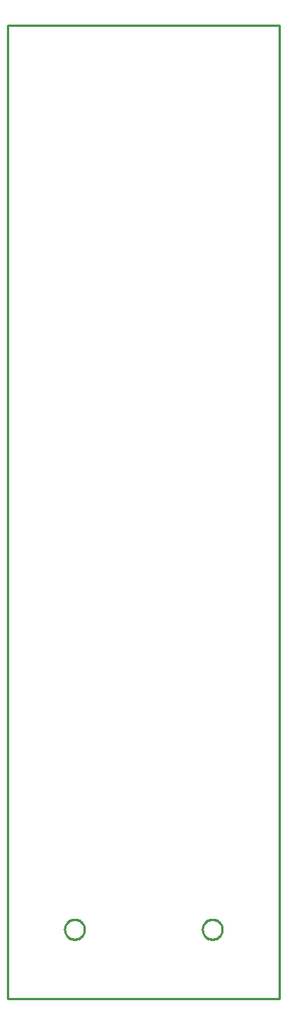
<source format=gbr>
G04 EAGLE Gerber RS-274X export*
G75*
%MOMM*%
%FSLAX34Y34*%
%LPD*%
%IN*%
%IPPOS*%
%AMOC8*
5,1,8,0,0,1.08239X$1,22.5*%
G01*
%ADD10C,0.254000*%


D10*
X0Y0D02*
X300000Y0D01*
X300000Y1073000D01*
X0Y1073000D01*
X0Y0D01*
X62660Y76632D02*
X62728Y77494D01*
X62863Y78348D01*
X63065Y79188D01*
X63332Y80010D01*
X63663Y80809D01*
X64055Y81579D01*
X64507Y82316D01*
X65015Y83015D01*
X65576Y83673D01*
X66187Y84284D01*
X66845Y84845D01*
X67544Y85353D01*
X68281Y85805D01*
X69051Y86197D01*
X69850Y86528D01*
X70672Y86795D01*
X71512Y86997D01*
X72366Y87132D01*
X73228Y87200D01*
X74092Y87200D01*
X74954Y87132D01*
X75808Y86997D01*
X76648Y86795D01*
X77470Y86528D01*
X78269Y86197D01*
X79039Y85805D01*
X79776Y85353D01*
X80475Y84845D01*
X81133Y84284D01*
X81744Y83673D01*
X82305Y83015D01*
X82813Y82316D01*
X83265Y81579D01*
X83657Y80809D01*
X83988Y80010D01*
X84255Y79188D01*
X84457Y78348D01*
X84592Y77494D01*
X84660Y76632D01*
X84660Y75768D01*
X84592Y74906D01*
X84457Y74052D01*
X84255Y73212D01*
X83988Y72390D01*
X83657Y71591D01*
X83265Y70821D01*
X82813Y70084D01*
X82305Y69385D01*
X81744Y68727D01*
X81133Y68116D01*
X80475Y67555D01*
X79776Y67047D01*
X79039Y66595D01*
X78269Y66203D01*
X77470Y65872D01*
X76648Y65605D01*
X75808Y65403D01*
X74954Y65268D01*
X74092Y65200D01*
X73228Y65200D01*
X72366Y65268D01*
X71512Y65403D01*
X70672Y65605D01*
X69850Y65872D01*
X69051Y66203D01*
X68281Y66595D01*
X67544Y67047D01*
X66845Y67555D01*
X66187Y68116D01*
X65576Y68727D01*
X65015Y69385D01*
X64507Y70084D01*
X64055Y70821D01*
X63663Y71591D01*
X63332Y72390D01*
X63065Y73212D01*
X62863Y74052D01*
X62728Y74906D01*
X62660Y75768D01*
X62660Y76632D01*
X215060Y76632D02*
X215128Y77494D01*
X215263Y78348D01*
X215465Y79188D01*
X215732Y80010D01*
X216063Y80809D01*
X216455Y81579D01*
X216907Y82316D01*
X217415Y83015D01*
X217976Y83673D01*
X218587Y84284D01*
X219245Y84845D01*
X219944Y85353D01*
X220681Y85805D01*
X221451Y86197D01*
X222250Y86528D01*
X223072Y86795D01*
X223912Y86997D01*
X224766Y87132D01*
X225628Y87200D01*
X226492Y87200D01*
X227354Y87132D01*
X228208Y86997D01*
X229048Y86795D01*
X229870Y86528D01*
X230669Y86197D01*
X231439Y85805D01*
X232176Y85353D01*
X232875Y84845D01*
X233533Y84284D01*
X234144Y83673D01*
X234705Y83015D01*
X235213Y82316D01*
X235665Y81579D01*
X236057Y80809D01*
X236388Y80010D01*
X236655Y79188D01*
X236857Y78348D01*
X236992Y77494D01*
X237060Y76632D01*
X237060Y75768D01*
X236992Y74906D01*
X236857Y74052D01*
X236655Y73212D01*
X236388Y72390D01*
X236057Y71591D01*
X235665Y70821D01*
X235213Y70084D01*
X234705Y69385D01*
X234144Y68727D01*
X233533Y68116D01*
X232875Y67555D01*
X232176Y67047D01*
X231439Y66595D01*
X230669Y66203D01*
X229870Y65872D01*
X229048Y65605D01*
X228208Y65403D01*
X227354Y65268D01*
X226492Y65200D01*
X225628Y65200D01*
X224766Y65268D01*
X223912Y65403D01*
X223072Y65605D01*
X222250Y65872D01*
X221451Y66203D01*
X220681Y66595D01*
X219944Y67047D01*
X219245Y67555D01*
X218587Y68116D01*
X217976Y68727D01*
X217415Y69385D01*
X216907Y70084D01*
X216455Y70821D01*
X216063Y71591D01*
X215732Y72390D01*
X215465Y73212D01*
X215263Y74052D01*
X215128Y74906D01*
X215060Y75768D01*
X215060Y76632D01*
M02*

</source>
